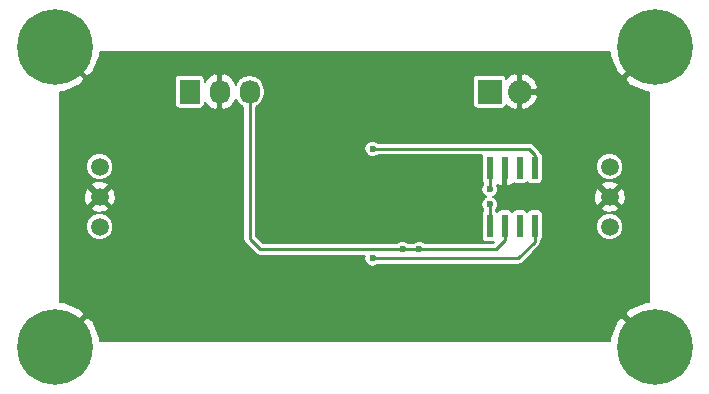
<source format=gbr>
G04 #@! TF.FileFunction,Copper,L2,Bot,Signal*
%FSLAX46Y46*%
G04 Gerber Fmt 4.6, Leading zero omitted, Abs format (unit mm)*
G04 Created by KiCad (PCBNEW 4.0.5) date 12/26/17 14:51:36*
%MOMM*%
%LPD*%
G01*
G04 APERTURE LIST*
%ADD10C,0.100000*%
%ADD11R,2.032000X2.032000*%
%ADD12O,2.032000X2.032000*%
%ADD13R,1.727200X2.032000*%
%ADD14O,1.727200X2.032000*%
%ADD15R,0.558800X1.981200*%
%ADD16C,6.400000*%
%ADD17C,1.500000*%
%ADD18C,0.600000*%
%ADD19C,0.250000*%
%ADD20C,0.200000*%
G04 APERTURE END LIST*
D10*
D11*
X173990000Y-67310000D03*
D12*
X176530000Y-67310000D03*
D13*
X148590000Y-67310000D03*
D14*
X151130000Y-67310000D03*
X153670000Y-67310000D03*
D15*
X177800000Y-78663800D03*
X176530000Y-78663800D03*
X175260000Y-78663800D03*
X173990000Y-78663800D03*
X173990000Y-73736200D03*
X175260000Y-73736200D03*
X176530000Y-73736200D03*
X177800000Y-73736200D03*
D16*
X137160000Y-63500000D03*
X187960000Y-63500000D03*
X137160000Y-88900000D03*
X187960000Y-88900000D03*
D17*
X140970000Y-73660000D03*
X140970000Y-76200000D03*
X140970000Y-78740000D03*
X184150000Y-73660000D03*
X184150000Y-76200000D03*
X184150000Y-78740000D03*
D18*
X173990000Y-75565000D03*
X165608000Y-79629000D03*
X168656000Y-78994000D03*
X140335000Y-66675000D03*
X140335000Y-85725000D03*
X184912000Y-85852000D03*
X184912000Y-66675000D03*
X164084000Y-81407000D03*
X164084000Y-72136000D03*
X173990000Y-76835000D03*
X168021000Y-80645000D03*
X166624000Y-80645000D03*
D19*
X173990000Y-73736200D02*
X173990000Y-75565000D01*
X168021000Y-79629000D02*
X165608000Y-79629000D01*
X168656000Y-78994000D02*
X168021000Y-79629000D01*
X137160000Y-63500000D02*
X140335000Y-66675000D01*
X187960000Y-88900000D02*
X184912000Y-85852000D01*
X177800000Y-78663800D02*
X177800000Y-80010000D01*
X176403000Y-81407000D02*
X164084000Y-81407000D01*
X177800000Y-80010000D02*
X176403000Y-81407000D01*
X177800000Y-73736200D02*
X177800000Y-72644000D01*
X177292000Y-72136000D02*
X164084000Y-72136000D01*
X177800000Y-72644000D02*
X177292000Y-72136000D01*
X173990000Y-78663800D02*
X173990000Y-76835000D01*
X153670000Y-67310000D02*
X153670000Y-79756000D01*
X154559000Y-80645000D02*
X166624000Y-80645000D01*
X153670000Y-79756000D02*
X154559000Y-80645000D01*
X175260000Y-78663800D02*
X175260000Y-79883000D01*
X174498000Y-80645000D02*
X168021000Y-80645000D01*
X168021000Y-80645000D02*
X166624000Y-80645000D01*
X175260000Y-79883000D02*
X174498000Y-80645000D01*
D20*
G36*
X184159589Y-64253796D02*
X184737344Y-65650771D01*
X184739689Y-65654282D01*
X185222490Y-66025378D01*
X186132223Y-65115645D01*
X186344355Y-65327777D01*
X185434622Y-66237510D01*
X185805718Y-66720311D01*
X187202062Y-67299587D01*
X187485000Y-67299741D01*
X187485000Y-85099741D01*
X187206204Y-85099589D01*
X185809229Y-85677344D01*
X185805718Y-85679689D01*
X185434622Y-86162490D01*
X186344355Y-87072223D01*
X186132223Y-87284355D01*
X185222490Y-86374622D01*
X184739689Y-86745718D01*
X184160413Y-88142062D01*
X184160259Y-88425000D01*
X140960259Y-88425000D01*
X140960411Y-88146204D01*
X140382656Y-86749229D01*
X140380311Y-86745718D01*
X139897510Y-86374622D01*
X138987777Y-87284355D01*
X138775645Y-87072223D01*
X139685378Y-86162490D01*
X139314282Y-85679689D01*
X137917938Y-85100413D01*
X137635000Y-85100259D01*
X137635000Y-78967746D01*
X139819801Y-78967746D01*
X139994509Y-79390572D01*
X140317727Y-79714354D01*
X140740247Y-79889800D01*
X141197746Y-79890199D01*
X141620572Y-79715491D01*
X141944354Y-79392273D01*
X142119800Y-78969753D01*
X142120199Y-78512254D01*
X141945491Y-78089428D01*
X141622273Y-77765646D01*
X141199753Y-77590200D01*
X140742254Y-77589801D01*
X140319428Y-77764509D01*
X139995646Y-78087727D01*
X139820200Y-78510247D01*
X139819801Y-78967746D01*
X137635000Y-78967746D01*
X137635000Y-77166785D01*
X140215347Y-77166785D01*
X140287116Y-77395105D01*
X140796444Y-77565462D01*
X141332196Y-77527939D01*
X141652884Y-77395105D01*
X141724653Y-77166785D01*
X140970000Y-76412132D01*
X140215347Y-77166785D01*
X137635000Y-77166785D01*
X137635000Y-76026444D01*
X139604538Y-76026444D01*
X139642061Y-76562196D01*
X139774895Y-76882884D01*
X140003215Y-76954653D01*
X140757868Y-76200000D01*
X141182132Y-76200000D01*
X141936785Y-76954653D01*
X142165105Y-76882884D01*
X142335462Y-76373556D01*
X142297939Y-75837804D01*
X142165105Y-75517116D01*
X141936785Y-75445347D01*
X141182132Y-76200000D01*
X140757868Y-76200000D01*
X140003215Y-75445347D01*
X139774895Y-75517116D01*
X139604538Y-76026444D01*
X137635000Y-76026444D01*
X137635000Y-75233215D01*
X140215347Y-75233215D01*
X140970000Y-75987868D01*
X141724653Y-75233215D01*
X141652884Y-75004895D01*
X141143556Y-74834538D01*
X140607804Y-74872061D01*
X140287116Y-75004895D01*
X140215347Y-75233215D01*
X137635000Y-75233215D01*
X137635000Y-73887746D01*
X139819801Y-73887746D01*
X139994509Y-74310572D01*
X140317727Y-74634354D01*
X140740247Y-74809800D01*
X141197746Y-74810199D01*
X141620572Y-74635491D01*
X141944354Y-74312273D01*
X142119800Y-73889753D01*
X142120199Y-73432254D01*
X141945491Y-73009428D01*
X141622273Y-72685646D01*
X141199753Y-72510200D01*
X140742254Y-72509801D01*
X140319428Y-72684509D01*
X139995646Y-73007727D01*
X139820200Y-73430247D01*
X139819801Y-73887746D01*
X137635000Y-73887746D01*
X137635000Y-67300259D01*
X137913796Y-67300411D01*
X139310771Y-66722656D01*
X139314282Y-66720311D01*
X139641958Y-66294000D01*
X147318564Y-66294000D01*
X147318564Y-68326000D01*
X147346456Y-68474231D01*
X147434060Y-68610372D01*
X147567729Y-68701704D01*
X147726400Y-68733836D01*
X149453600Y-68733836D01*
X149601831Y-68705944D01*
X149737972Y-68618340D01*
X149829304Y-68484671D01*
X149861436Y-68326000D01*
X149861436Y-68172621D01*
X149880716Y-68225147D01*
X150267703Y-68645167D01*
X150754095Y-68876903D01*
X150980000Y-68767408D01*
X150980000Y-67460000D01*
X150960000Y-67460000D01*
X150960000Y-67160000D01*
X150980000Y-67160000D01*
X150980000Y-65852592D01*
X151280000Y-65852592D01*
X151280000Y-67160000D01*
X151300000Y-67160000D01*
X151300000Y-67460000D01*
X151280000Y-67460000D01*
X151280000Y-68767408D01*
X151505905Y-68876903D01*
X151992297Y-68645167D01*
X152379284Y-68225147D01*
X152491689Y-67918915D01*
X152502586Y-67973700D01*
X152776500Y-68383641D01*
X153145000Y-68629865D01*
X153145000Y-79756000D01*
X153184963Y-79956909D01*
X153298769Y-80127231D01*
X154187769Y-81016231D01*
X154358091Y-81130037D01*
X154559000Y-81170000D01*
X163424462Y-81170000D01*
X163384122Y-81267150D01*
X163383879Y-81545628D01*
X163490223Y-81803000D01*
X163686964Y-82000085D01*
X163944150Y-82106878D01*
X164222628Y-82107121D01*
X164480000Y-82000777D01*
X164548897Y-81932000D01*
X176403000Y-81932000D01*
X176603909Y-81892037D01*
X176774231Y-81778231D01*
X178171231Y-80381231D01*
X178285037Y-80210909D01*
X178325000Y-80010000D01*
X178325000Y-79971689D01*
X178363772Y-79946740D01*
X178455104Y-79813071D01*
X178487236Y-79654400D01*
X178487236Y-78967746D01*
X182999801Y-78967746D01*
X183174509Y-79390572D01*
X183497727Y-79714354D01*
X183920247Y-79889800D01*
X184377746Y-79890199D01*
X184800572Y-79715491D01*
X185124354Y-79392273D01*
X185299800Y-78969753D01*
X185300199Y-78512254D01*
X185125491Y-78089428D01*
X184802273Y-77765646D01*
X184379753Y-77590200D01*
X183922254Y-77589801D01*
X183499428Y-77764509D01*
X183175646Y-78087727D01*
X183000200Y-78510247D01*
X182999801Y-78967746D01*
X178487236Y-78967746D01*
X178487236Y-77673200D01*
X178459344Y-77524969D01*
X178371740Y-77388828D01*
X178238071Y-77297496D01*
X178079400Y-77265364D01*
X177520600Y-77265364D01*
X177372369Y-77293256D01*
X177236228Y-77380860D01*
X177164327Y-77486091D01*
X177101740Y-77388828D01*
X176968071Y-77297496D01*
X176809400Y-77265364D01*
X176250600Y-77265364D01*
X176102369Y-77293256D01*
X175966228Y-77380860D01*
X175894327Y-77486091D01*
X175831740Y-77388828D01*
X175698071Y-77297496D01*
X175539400Y-77265364D01*
X174980600Y-77265364D01*
X174832369Y-77293256D01*
X174696228Y-77380860D01*
X174624327Y-77486091D01*
X174561740Y-77388828D01*
X174515000Y-77356892D01*
X174515000Y-77300002D01*
X174583085Y-77232036D01*
X174610179Y-77166785D01*
X183395347Y-77166785D01*
X183467116Y-77395105D01*
X183976444Y-77565462D01*
X184512196Y-77527939D01*
X184832884Y-77395105D01*
X184904653Y-77166785D01*
X184150000Y-76412132D01*
X183395347Y-77166785D01*
X174610179Y-77166785D01*
X174689878Y-76974850D01*
X174690121Y-76696372D01*
X174583777Y-76439000D01*
X174387036Y-76241915D01*
X174286163Y-76200029D01*
X174386000Y-76158777D01*
X174518564Y-76026444D01*
X182784538Y-76026444D01*
X182822061Y-76562196D01*
X182954895Y-76882884D01*
X183183215Y-76954653D01*
X183937868Y-76200000D01*
X184362132Y-76200000D01*
X185116785Y-76954653D01*
X185345105Y-76882884D01*
X185515462Y-76373556D01*
X185477939Y-75837804D01*
X185345105Y-75517116D01*
X185116785Y-75445347D01*
X184362132Y-76200000D01*
X183937868Y-76200000D01*
X183183215Y-75445347D01*
X182954895Y-75517116D01*
X182784538Y-76026444D01*
X174518564Y-76026444D01*
X174583085Y-75962036D01*
X174689878Y-75704850D01*
X174690121Y-75426372D01*
X174590470Y-75185198D01*
X174640727Y-75235455D01*
X174861252Y-75326800D01*
X174970300Y-75326800D01*
X175120300Y-75176800D01*
X175120300Y-73886200D01*
X175090000Y-73886200D01*
X175090000Y-73586200D01*
X175120300Y-73586200D01*
X175120300Y-73566200D01*
X175399700Y-73566200D01*
X175399700Y-73586200D01*
X175430000Y-73586200D01*
X175430000Y-73886200D01*
X175399700Y-73886200D01*
X175399700Y-75176800D01*
X175549700Y-75326800D01*
X175658748Y-75326800D01*
X175879273Y-75235455D01*
X175881513Y-75233215D01*
X183395347Y-75233215D01*
X184150000Y-75987868D01*
X184904653Y-75233215D01*
X184832884Y-75004895D01*
X184323556Y-74834538D01*
X183787804Y-74872061D01*
X183467116Y-75004895D01*
X183395347Y-75233215D01*
X175881513Y-75233215D01*
X176044578Y-75070150D01*
X176091929Y-75102504D01*
X176250600Y-75134636D01*
X176809400Y-75134636D01*
X176957631Y-75106744D01*
X177093772Y-75019140D01*
X177165673Y-74913909D01*
X177228260Y-75011172D01*
X177361929Y-75102504D01*
X177520600Y-75134636D01*
X178079400Y-75134636D01*
X178227631Y-75106744D01*
X178363772Y-75019140D01*
X178455104Y-74885471D01*
X178487236Y-74726800D01*
X178487236Y-73887746D01*
X182999801Y-73887746D01*
X183174509Y-74310572D01*
X183497727Y-74634354D01*
X183920247Y-74809800D01*
X184377746Y-74810199D01*
X184800572Y-74635491D01*
X185124354Y-74312273D01*
X185299800Y-73889753D01*
X185300199Y-73432254D01*
X185125491Y-73009428D01*
X184802273Y-72685646D01*
X184379753Y-72510200D01*
X183922254Y-72509801D01*
X183499428Y-72684509D01*
X183175646Y-73007727D01*
X183000200Y-73430247D01*
X182999801Y-73887746D01*
X178487236Y-73887746D01*
X178487236Y-72745600D01*
X178459344Y-72597369D01*
X178371740Y-72461228D01*
X178238071Y-72369896D01*
X178235826Y-72369441D01*
X178171231Y-72272769D01*
X177663231Y-71764769D01*
X177492909Y-71650963D01*
X177292000Y-71611000D01*
X164549002Y-71611000D01*
X164481036Y-71542915D01*
X164223850Y-71436122D01*
X163945372Y-71435879D01*
X163688000Y-71542223D01*
X163490915Y-71738964D01*
X163384122Y-71996150D01*
X163383879Y-72274628D01*
X163490223Y-72532000D01*
X163686964Y-72729085D01*
X163944150Y-72835878D01*
X164222628Y-72836121D01*
X164480000Y-72729777D01*
X164548897Y-72661000D01*
X173319896Y-72661000D01*
X173302764Y-72745600D01*
X173302764Y-74726800D01*
X173330656Y-74875031D01*
X173418260Y-75011172D01*
X173465000Y-75043108D01*
X173465000Y-75099998D01*
X173396915Y-75167964D01*
X173290122Y-75425150D01*
X173289879Y-75703628D01*
X173396223Y-75961000D01*
X173592964Y-76158085D01*
X173693837Y-76199971D01*
X173594000Y-76241223D01*
X173396915Y-76437964D01*
X173290122Y-76695150D01*
X173289879Y-76973628D01*
X173396223Y-77231000D01*
X173465000Y-77299897D01*
X173465000Y-77355911D01*
X173426228Y-77380860D01*
X173334896Y-77514529D01*
X173302764Y-77673200D01*
X173302764Y-79654400D01*
X173330656Y-79802631D01*
X173418260Y-79938772D01*
X173551929Y-80030104D01*
X173710600Y-80062236D01*
X174269400Y-80062236D01*
X174354272Y-80046266D01*
X174280538Y-80120000D01*
X168486002Y-80120000D01*
X168418036Y-80051915D01*
X168160850Y-79945122D01*
X167882372Y-79944879D01*
X167625000Y-80051223D01*
X167556103Y-80120000D01*
X167089002Y-80120000D01*
X167021036Y-80051915D01*
X166763850Y-79945122D01*
X166485372Y-79944879D01*
X166228000Y-80051223D01*
X166159103Y-80120000D01*
X154776462Y-80120000D01*
X154195000Y-79538538D01*
X154195000Y-68629865D01*
X154563500Y-68383641D01*
X154837414Y-67973700D01*
X154933600Y-67490141D01*
X154933600Y-67129859D01*
X154837414Y-66646300D01*
X154602015Y-66294000D01*
X172566164Y-66294000D01*
X172566164Y-68326000D01*
X172594056Y-68474231D01*
X172681660Y-68610372D01*
X172815329Y-68701704D01*
X172974000Y-68733836D01*
X175006000Y-68733836D01*
X175154231Y-68705944D01*
X175290372Y-68618340D01*
X175381704Y-68484671D01*
X175394661Y-68420690D01*
X175705586Y-68699904D01*
X176130140Y-68875748D01*
X176380000Y-68768306D01*
X176380000Y-67460000D01*
X176680000Y-67460000D01*
X176680000Y-68768306D01*
X176929860Y-68875748D01*
X177354414Y-68699904D01*
X177823552Y-68278614D01*
X178095759Y-67709862D01*
X177989034Y-67460000D01*
X176680000Y-67460000D01*
X176380000Y-67460000D01*
X176360000Y-67460000D01*
X176360000Y-67160000D01*
X176380000Y-67160000D01*
X176380000Y-65851694D01*
X176680000Y-65851694D01*
X176680000Y-67160000D01*
X177989034Y-67160000D01*
X178095759Y-66910138D01*
X177823552Y-66341386D01*
X177354414Y-65920096D01*
X176929860Y-65744252D01*
X176680000Y-65851694D01*
X176380000Y-65851694D01*
X176130140Y-65744252D01*
X175705586Y-65920096D01*
X175395822Y-66198267D01*
X175385944Y-66145769D01*
X175298340Y-66009628D01*
X175164671Y-65918296D01*
X175006000Y-65886164D01*
X172974000Y-65886164D01*
X172825769Y-65914056D01*
X172689628Y-66001660D01*
X172598296Y-66135329D01*
X172566164Y-66294000D01*
X154602015Y-66294000D01*
X154563500Y-66236359D01*
X154153559Y-65962445D01*
X153670000Y-65866259D01*
X153186441Y-65962445D01*
X152776500Y-66236359D01*
X152502586Y-66646300D01*
X152491689Y-66701085D01*
X152379284Y-66394853D01*
X151992297Y-65974833D01*
X151505905Y-65743097D01*
X151280000Y-65852592D01*
X150980000Y-65852592D01*
X150754095Y-65743097D01*
X150267703Y-65974833D01*
X149880716Y-66394853D01*
X149861436Y-66447379D01*
X149861436Y-66294000D01*
X149833544Y-66145769D01*
X149745940Y-66009628D01*
X149612271Y-65918296D01*
X149453600Y-65886164D01*
X147726400Y-65886164D01*
X147578169Y-65914056D01*
X147442028Y-66001660D01*
X147350696Y-66135329D01*
X147318564Y-66294000D01*
X139641958Y-66294000D01*
X139685378Y-66237510D01*
X138775645Y-65327777D01*
X138987777Y-65115645D01*
X139897510Y-66025378D01*
X140380311Y-65654282D01*
X140959587Y-64257938D01*
X140959741Y-63975000D01*
X184159741Y-63975000D01*
X184159589Y-64253796D01*
X184159589Y-64253796D01*
G37*
X184159589Y-64253796D02*
X184737344Y-65650771D01*
X184739689Y-65654282D01*
X185222490Y-66025378D01*
X186132223Y-65115645D01*
X186344355Y-65327777D01*
X185434622Y-66237510D01*
X185805718Y-66720311D01*
X187202062Y-67299587D01*
X187485000Y-67299741D01*
X187485000Y-85099741D01*
X187206204Y-85099589D01*
X185809229Y-85677344D01*
X185805718Y-85679689D01*
X185434622Y-86162490D01*
X186344355Y-87072223D01*
X186132223Y-87284355D01*
X185222490Y-86374622D01*
X184739689Y-86745718D01*
X184160413Y-88142062D01*
X184160259Y-88425000D01*
X140960259Y-88425000D01*
X140960411Y-88146204D01*
X140382656Y-86749229D01*
X140380311Y-86745718D01*
X139897510Y-86374622D01*
X138987777Y-87284355D01*
X138775645Y-87072223D01*
X139685378Y-86162490D01*
X139314282Y-85679689D01*
X137917938Y-85100413D01*
X137635000Y-85100259D01*
X137635000Y-78967746D01*
X139819801Y-78967746D01*
X139994509Y-79390572D01*
X140317727Y-79714354D01*
X140740247Y-79889800D01*
X141197746Y-79890199D01*
X141620572Y-79715491D01*
X141944354Y-79392273D01*
X142119800Y-78969753D01*
X142120199Y-78512254D01*
X141945491Y-78089428D01*
X141622273Y-77765646D01*
X141199753Y-77590200D01*
X140742254Y-77589801D01*
X140319428Y-77764509D01*
X139995646Y-78087727D01*
X139820200Y-78510247D01*
X139819801Y-78967746D01*
X137635000Y-78967746D01*
X137635000Y-77166785D01*
X140215347Y-77166785D01*
X140287116Y-77395105D01*
X140796444Y-77565462D01*
X141332196Y-77527939D01*
X141652884Y-77395105D01*
X141724653Y-77166785D01*
X140970000Y-76412132D01*
X140215347Y-77166785D01*
X137635000Y-77166785D01*
X137635000Y-76026444D01*
X139604538Y-76026444D01*
X139642061Y-76562196D01*
X139774895Y-76882884D01*
X140003215Y-76954653D01*
X140757868Y-76200000D01*
X141182132Y-76200000D01*
X141936785Y-76954653D01*
X142165105Y-76882884D01*
X142335462Y-76373556D01*
X142297939Y-75837804D01*
X142165105Y-75517116D01*
X141936785Y-75445347D01*
X141182132Y-76200000D01*
X140757868Y-76200000D01*
X140003215Y-75445347D01*
X139774895Y-75517116D01*
X139604538Y-76026444D01*
X137635000Y-76026444D01*
X137635000Y-75233215D01*
X140215347Y-75233215D01*
X140970000Y-75987868D01*
X141724653Y-75233215D01*
X141652884Y-75004895D01*
X141143556Y-74834538D01*
X140607804Y-74872061D01*
X140287116Y-75004895D01*
X140215347Y-75233215D01*
X137635000Y-75233215D01*
X137635000Y-73887746D01*
X139819801Y-73887746D01*
X139994509Y-74310572D01*
X140317727Y-74634354D01*
X140740247Y-74809800D01*
X141197746Y-74810199D01*
X141620572Y-74635491D01*
X141944354Y-74312273D01*
X142119800Y-73889753D01*
X142120199Y-73432254D01*
X141945491Y-73009428D01*
X141622273Y-72685646D01*
X141199753Y-72510200D01*
X140742254Y-72509801D01*
X140319428Y-72684509D01*
X139995646Y-73007727D01*
X139820200Y-73430247D01*
X139819801Y-73887746D01*
X137635000Y-73887746D01*
X137635000Y-67300259D01*
X137913796Y-67300411D01*
X139310771Y-66722656D01*
X139314282Y-66720311D01*
X139641958Y-66294000D01*
X147318564Y-66294000D01*
X147318564Y-68326000D01*
X147346456Y-68474231D01*
X147434060Y-68610372D01*
X147567729Y-68701704D01*
X147726400Y-68733836D01*
X149453600Y-68733836D01*
X149601831Y-68705944D01*
X149737972Y-68618340D01*
X149829304Y-68484671D01*
X149861436Y-68326000D01*
X149861436Y-68172621D01*
X149880716Y-68225147D01*
X150267703Y-68645167D01*
X150754095Y-68876903D01*
X150980000Y-68767408D01*
X150980000Y-67460000D01*
X150960000Y-67460000D01*
X150960000Y-67160000D01*
X150980000Y-67160000D01*
X150980000Y-65852592D01*
X151280000Y-65852592D01*
X151280000Y-67160000D01*
X151300000Y-67160000D01*
X151300000Y-67460000D01*
X151280000Y-67460000D01*
X151280000Y-68767408D01*
X151505905Y-68876903D01*
X151992297Y-68645167D01*
X152379284Y-68225147D01*
X152491689Y-67918915D01*
X152502586Y-67973700D01*
X152776500Y-68383641D01*
X153145000Y-68629865D01*
X153145000Y-79756000D01*
X153184963Y-79956909D01*
X153298769Y-80127231D01*
X154187769Y-81016231D01*
X154358091Y-81130037D01*
X154559000Y-81170000D01*
X163424462Y-81170000D01*
X163384122Y-81267150D01*
X163383879Y-81545628D01*
X163490223Y-81803000D01*
X163686964Y-82000085D01*
X163944150Y-82106878D01*
X164222628Y-82107121D01*
X164480000Y-82000777D01*
X164548897Y-81932000D01*
X176403000Y-81932000D01*
X176603909Y-81892037D01*
X176774231Y-81778231D01*
X178171231Y-80381231D01*
X178285037Y-80210909D01*
X178325000Y-80010000D01*
X178325000Y-79971689D01*
X178363772Y-79946740D01*
X178455104Y-79813071D01*
X178487236Y-79654400D01*
X178487236Y-78967746D01*
X182999801Y-78967746D01*
X183174509Y-79390572D01*
X183497727Y-79714354D01*
X183920247Y-79889800D01*
X184377746Y-79890199D01*
X184800572Y-79715491D01*
X185124354Y-79392273D01*
X185299800Y-78969753D01*
X185300199Y-78512254D01*
X185125491Y-78089428D01*
X184802273Y-77765646D01*
X184379753Y-77590200D01*
X183922254Y-77589801D01*
X183499428Y-77764509D01*
X183175646Y-78087727D01*
X183000200Y-78510247D01*
X182999801Y-78967746D01*
X178487236Y-78967746D01*
X178487236Y-77673200D01*
X178459344Y-77524969D01*
X178371740Y-77388828D01*
X178238071Y-77297496D01*
X178079400Y-77265364D01*
X177520600Y-77265364D01*
X177372369Y-77293256D01*
X177236228Y-77380860D01*
X177164327Y-77486091D01*
X177101740Y-77388828D01*
X176968071Y-77297496D01*
X176809400Y-77265364D01*
X176250600Y-77265364D01*
X176102369Y-77293256D01*
X175966228Y-77380860D01*
X175894327Y-77486091D01*
X175831740Y-77388828D01*
X175698071Y-77297496D01*
X175539400Y-77265364D01*
X174980600Y-77265364D01*
X174832369Y-77293256D01*
X174696228Y-77380860D01*
X174624327Y-77486091D01*
X174561740Y-77388828D01*
X174515000Y-77356892D01*
X174515000Y-77300002D01*
X174583085Y-77232036D01*
X174610179Y-77166785D01*
X183395347Y-77166785D01*
X183467116Y-77395105D01*
X183976444Y-77565462D01*
X184512196Y-77527939D01*
X184832884Y-77395105D01*
X184904653Y-77166785D01*
X184150000Y-76412132D01*
X183395347Y-77166785D01*
X174610179Y-77166785D01*
X174689878Y-76974850D01*
X174690121Y-76696372D01*
X174583777Y-76439000D01*
X174387036Y-76241915D01*
X174286163Y-76200029D01*
X174386000Y-76158777D01*
X174518564Y-76026444D01*
X182784538Y-76026444D01*
X182822061Y-76562196D01*
X182954895Y-76882884D01*
X183183215Y-76954653D01*
X183937868Y-76200000D01*
X184362132Y-76200000D01*
X185116785Y-76954653D01*
X185345105Y-76882884D01*
X185515462Y-76373556D01*
X185477939Y-75837804D01*
X185345105Y-75517116D01*
X185116785Y-75445347D01*
X184362132Y-76200000D01*
X183937868Y-76200000D01*
X183183215Y-75445347D01*
X182954895Y-75517116D01*
X182784538Y-76026444D01*
X174518564Y-76026444D01*
X174583085Y-75962036D01*
X174689878Y-75704850D01*
X174690121Y-75426372D01*
X174590470Y-75185198D01*
X174640727Y-75235455D01*
X174861252Y-75326800D01*
X174970300Y-75326800D01*
X175120300Y-75176800D01*
X175120300Y-73886200D01*
X175090000Y-73886200D01*
X175090000Y-73586200D01*
X175120300Y-73586200D01*
X175120300Y-73566200D01*
X175399700Y-73566200D01*
X175399700Y-73586200D01*
X175430000Y-73586200D01*
X175430000Y-73886200D01*
X175399700Y-73886200D01*
X175399700Y-75176800D01*
X175549700Y-75326800D01*
X175658748Y-75326800D01*
X175879273Y-75235455D01*
X175881513Y-75233215D01*
X183395347Y-75233215D01*
X184150000Y-75987868D01*
X184904653Y-75233215D01*
X184832884Y-75004895D01*
X184323556Y-74834538D01*
X183787804Y-74872061D01*
X183467116Y-75004895D01*
X183395347Y-75233215D01*
X175881513Y-75233215D01*
X176044578Y-75070150D01*
X176091929Y-75102504D01*
X176250600Y-75134636D01*
X176809400Y-75134636D01*
X176957631Y-75106744D01*
X177093772Y-75019140D01*
X177165673Y-74913909D01*
X177228260Y-75011172D01*
X177361929Y-75102504D01*
X177520600Y-75134636D01*
X178079400Y-75134636D01*
X178227631Y-75106744D01*
X178363772Y-75019140D01*
X178455104Y-74885471D01*
X178487236Y-74726800D01*
X178487236Y-73887746D01*
X182999801Y-73887746D01*
X183174509Y-74310572D01*
X183497727Y-74634354D01*
X183920247Y-74809800D01*
X184377746Y-74810199D01*
X184800572Y-74635491D01*
X185124354Y-74312273D01*
X185299800Y-73889753D01*
X185300199Y-73432254D01*
X185125491Y-73009428D01*
X184802273Y-72685646D01*
X184379753Y-72510200D01*
X183922254Y-72509801D01*
X183499428Y-72684509D01*
X183175646Y-73007727D01*
X183000200Y-73430247D01*
X182999801Y-73887746D01*
X178487236Y-73887746D01*
X178487236Y-72745600D01*
X178459344Y-72597369D01*
X178371740Y-72461228D01*
X178238071Y-72369896D01*
X178235826Y-72369441D01*
X178171231Y-72272769D01*
X177663231Y-71764769D01*
X177492909Y-71650963D01*
X177292000Y-71611000D01*
X164549002Y-71611000D01*
X164481036Y-71542915D01*
X164223850Y-71436122D01*
X163945372Y-71435879D01*
X163688000Y-71542223D01*
X163490915Y-71738964D01*
X163384122Y-71996150D01*
X163383879Y-72274628D01*
X163490223Y-72532000D01*
X163686964Y-72729085D01*
X163944150Y-72835878D01*
X164222628Y-72836121D01*
X164480000Y-72729777D01*
X164548897Y-72661000D01*
X173319896Y-72661000D01*
X173302764Y-72745600D01*
X173302764Y-74726800D01*
X173330656Y-74875031D01*
X173418260Y-75011172D01*
X173465000Y-75043108D01*
X173465000Y-75099998D01*
X173396915Y-75167964D01*
X173290122Y-75425150D01*
X173289879Y-75703628D01*
X173396223Y-75961000D01*
X173592964Y-76158085D01*
X173693837Y-76199971D01*
X173594000Y-76241223D01*
X173396915Y-76437964D01*
X173290122Y-76695150D01*
X173289879Y-76973628D01*
X173396223Y-77231000D01*
X173465000Y-77299897D01*
X173465000Y-77355911D01*
X173426228Y-77380860D01*
X173334896Y-77514529D01*
X173302764Y-77673200D01*
X173302764Y-79654400D01*
X173330656Y-79802631D01*
X173418260Y-79938772D01*
X173551929Y-80030104D01*
X173710600Y-80062236D01*
X174269400Y-80062236D01*
X174354272Y-80046266D01*
X174280538Y-80120000D01*
X168486002Y-80120000D01*
X168418036Y-80051915D01*
X168160850Y-79945122D01*
X167882372Y-79944879D01*
X167625000Y-80051223D01*
X167556103Y-80120000D01*
X167089002Y-80120000D01*
X167021036Y-80051915D01*
X166763850Y-79945122D01*
X166485372Y-79944879D01*
X166228000Y-80051223D01*
X166159103Y-80120000D01*
X154776462Y-80120000D01*
X154195000Y-79538538D01*
X154195000Y-68629865D01*
X154563500Y-68383641D01*
X154837414Y-67973700D01*
X154933600Y-67490141D01*
X154933600Y-67129859D01*
X154837414Y-66646300D01*
X154602015Y-66294000D01*
X172566164Y-66294000D01*
X172566164Y-68326000D01*
X172594056Y-68474231D01*
X172681660Y-68610372D01*
X172815329Y-68701704D01*
X172974000Y-68733836D01*
X175006000Y-68733836D01*
X175154231Y-68705944D01*
X175290372Y-68618340D01*
X175381704Y-68484671D01*
X175394661Y-68420690D01*
X175705586Y-68699904D01*
X176130140Y-68875748D01*
X176380000Y-68768306D01*
X176380000Y-67460000D01*
X176680000Y-67460000D01*
X176680000Y-68768306D01*
X176929860Y-68875748D01*
X177354414Y-68699904D01*
X177823552Y-68278614D01*
X178095759Y-67709862D01*
X177989034Y-67460000D01*
X176680000Y-67460000D01*
X176380000Y-67460000D01*
X176360000Y-67460000D01*
X176360000Y-67160000D01*
X176380000Y-67160000D01*
X176380000Y-65851694D01*
X176680000Y-65851694D01*
X176680000Y-67160000D01*
X177989034Y-67160000D01*
X178095759Y-66910138D01*
X177823552Y-66341386D01*
X177354414Y-65920096D01*
X176929860Y-65744252D01*
X176680000Y-65851694D01*
X176380000Y-65851694D01*
X176130140Y-65744252D01*
X175705586Y-65920096D01*
X175395822Y-66198267D01*
X175385944Y-66145769D01*
X175298340Y-66009628D01*
X175164671Y-65918296D01*
X175006000Y-65886164D01*
X172974000Y-65886164D01*
X172825769Y-65914056D01*
X172689628Y-66001660D01*
X172598296Y-66135329D01*
X172566164Y-66294000D01*
X154602015Y-66294000D01*
X154563500Y-66236359D01*
X154153559Y-65962445D01*
X153670000Y-65866259D01*
X153186441Y-65962445D01*
X152776500Y-66236359D01*
X152502586Y-66646300D01*
X152491689Y-66701085D01*
X152379284Y-66394853D01*
X151992297Y-65974833D01*
X151505905Y-65743097D01*
X151280000Y-65852592D01*
X150980000Y-65852592D01*
X150754095Y-65743097D01*
X150267703Y-65974833D01*
X149880716Y-66394853D01*
X149861436Y-66447379D01*
X149861436Y-66294000D01*
X149833544Y-66145769D01*
X149745940Y-66009628D01*
X149612271Y-65918296D01*
X149453600Y-65886164D01*
X147726400Y-65886164D01*
X147578169Y-65914056D01*
X147442028Y-66001660D01*
X147350696Y-66135329D01*
X147318564Y-66294000D01*
X139641958Y-66294000D01*
X139685378Y-66237510D01*
X138775645Y-65327777D01*
X138987777Y-65115645D01*
X139897510Y-66025378D01*
X140380311Y-65654282D01*
X140959587Y-64257938D01*
X140959741Y-63975000D01*
X184159741Y-63975000D01*
X184159589Y-64253796D01*
M02*

</source>
